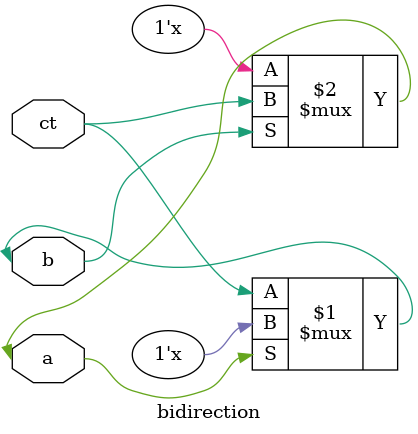
<source format=v>
module bidirection( a,b,ct);
inout a,b;
input ct;
bufif0 b1(b,ct,a);
bufif1 b2(a,ct,b);

endmodule

</source>
